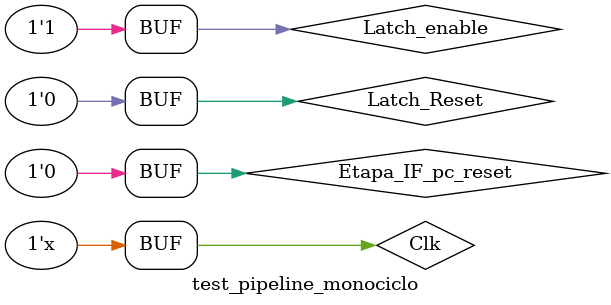
<source format=v>
`timescale 1ns / 1ps


module test_pipeline_monociclo;
// Inputs
    reg Clk;
    reg Latch_Reset;
    reg Latch_enable;
    //Etapa IF
    reg Etapa_IF_pc_reset;

	// Outputs
    //Contador de ciclos
    wire [15:0] count;
    
    // Instantiate the Unit Under Test (UUT)
    pipeline_monociclo_sintesis uut (
        //Inputs
        .Clk(Clk),
        .Latch_Reset(Latch_Reset),
        .Latch_enable(Latch_enable),
        //Etapa IF
        .Etapa_IF_pc_reset(Etapa_IF_pc_reset),
        //Outputs
        //Contador de ciclos
        .count(count)
    );
    

//    integer  file, status=0,addr_instruccion=0;
//    reg [31:0] data=0;
//    //flag de Branch/Jump
//    localparam BranchEQ = 5;
//    localparam BranchNE = 4;
//    localparam JR = 3;
//    localparam JALR = 2;
//    localparam Jmp = 1; 
//    localparam JAL = 0;
//    //Señal EX
//    localparam RegDst=3;
//    localparam ALUSrc=2; 
//    localparam ALUOp1=1; 
//    localparam ALUOp0=0;
//    //Señal MEM
//    localparam MemRead = 1;
//    localparam MemWrite =0;
//    //Señales WB
//    localparam MemtoReg = 0;
//    localparam RegWrite = 1;
    
    initial begin
        // Initialize Inputs
        Clk = 0;
        // Puesta a punto inicial 
        Latch_Reset = 1; // se reinicia todos los latch
        Latch_enable = 0; // se deshabilita los latch
        //Etapa IF
        Etapa_IF_pc_reset = 1; //<= ############# No se reinicia la memoria ya arranca en 0
           
        #395;// arranca la ejecucion
        Etapa_IF_pc_reset = 0;
        Latch_Reset = 0; //  no se reinicia todos los latch
        Latch_enable = 1; // se habilita PC 
    end
    
    
    always begin //clock de la placa 100Mhz
        #5 Clk=~Clk;
    end 

endmodule

</source>
